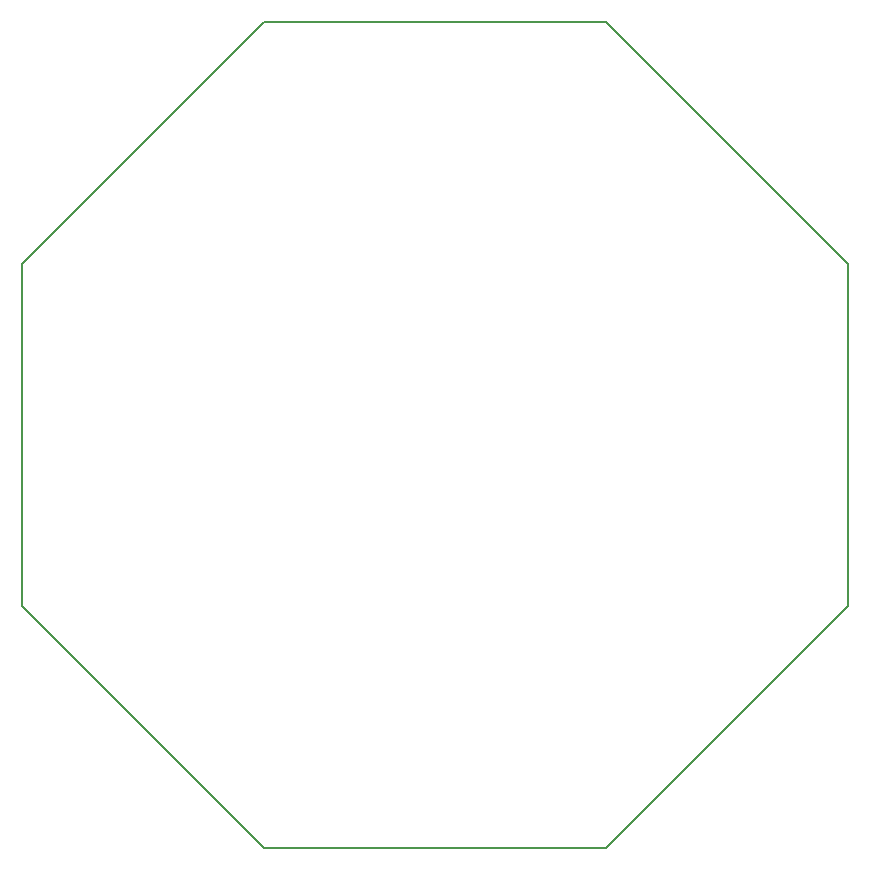
<source format=gbr>
G04 #@! TF.GenerationSoftware,KiCad,Pcbnew,5.0.2-bee76a0~70~ubuntu16.04.1*
G04 #@! TF.CreationDate,2019-08-03T19:39:48+03:00*
G04 #@! TF.ProjectId,FreeEEG32-alpha1.5,46726565-4545-4473-9332-2d616c706861,rev?*
G04 #@! TF.SameCoordinates,Original*
G04 #@! TF.FileFunction,Profile,NP*
%FSLAX46Y46*%
G04 Gerber Fmt 4.6, Leading zero omitted, Abs format (unit mm)*
G04 Created by KiCad (PCBNEW 5.0.2-bee76a0~70~ubuntu16.04.1) date Сб 03 авг 2019 19:39:48*
%MOMM*%
%LPD*%
G01*
G04 APERTURE LIST*
%ADD10C,0.150000*%
G04 APERTURE END LIST*
D10*
X115000000Y-114500000D02*
X135500000Y-135000000D01*
X115000000Y-85500000D02*
X115000000Y-114500000D01*
X135500000Y-65000000D02*
X115000000Y-85500000D01*
X164500000Y-65000000D02*
X135500000Y-65000000D01*
X185000000Y-85500000D02*
X164500000Y-65000000D01*
X185000000Y-114500000D02*
X185000000Y-85500000D01*
X164500000Y-135000000D02*
X185000000Y-114500000D01*
X135500000Y-135000000D02*
X164500000Y-135000000D01*
M02*

</source>
